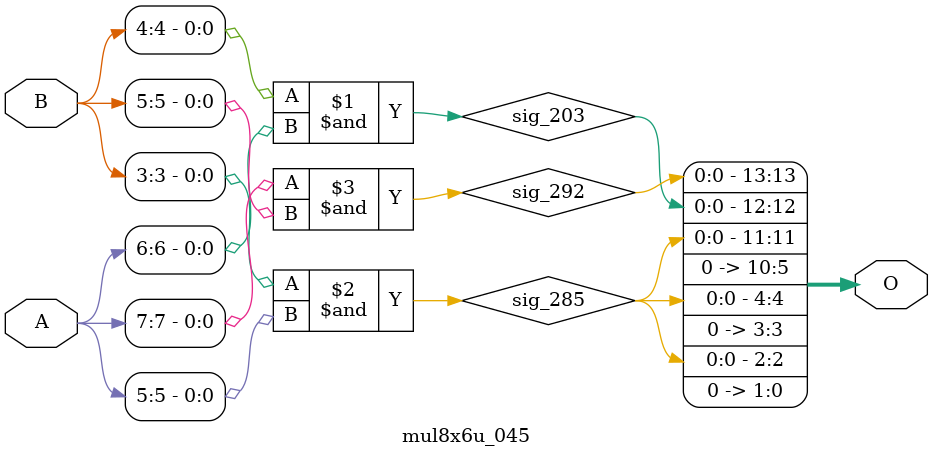
<source format=v>

/***
* This code is a part of EvoApproxLib library (ehw.fit.vutbr.cz/approxlib) distributed under The MIT License.
* When used, please cite the following article(s): V. Mrazek, L. Sekanina, Z. Vasicek "Libraries of Approximate Circuits: Automated Design and Application in CNN Accelerators" IEEE Journal on Emerging and Selected Topics in Circuits and Systems, Vol 10, No 4, 2020 
* This file contains a circuit from a sub-set of pareto optimal circuits with respect to the pwr and wce parameters
***/
// MAE% = 7.98 %
// MAE = 1308 
// WCE% = 30.23 %
// WCE = 4953 
// WCRE% = 707.81 %
// EP% = 98.02 %
// MRE% = 64.72 %
// MSE = 29431.077e2 
// PDK45_PWR = 0.00089 mW
// PDK45_AREA = 7.0 um2
// PDK45_DELAY = 0.04 ns

module mul8x6u_045 (
    A,
    B,
    O
);

input [7:0] A;
input [5:0] B;
output [13:0] O;

wire sig_203,sig_285,sig_292;

assign sig_203 = B[4] & A[6];
assign sig_285 = B[3] & A[5];
assign sig_292 = A[7] & B[5];

assign O[13] = sig_292;
assign O[12] = sig_203;
assign O[11] = sig_285;
assign O[10] = 1'b0;
assign O[9] = 1'b0;
assign O[8] = 1'b0;
assign O[7] = 1'b0;
assign O[6] = 1'b0;
assign O[5] = 1'b0;
assign O[4] = sig_285;
assign O[3] = 1'b0;
assign O[2] = sig_285;
assign O[1] = 1'b0;
assign O[0] = 1'b0;

endmodule



</source>
